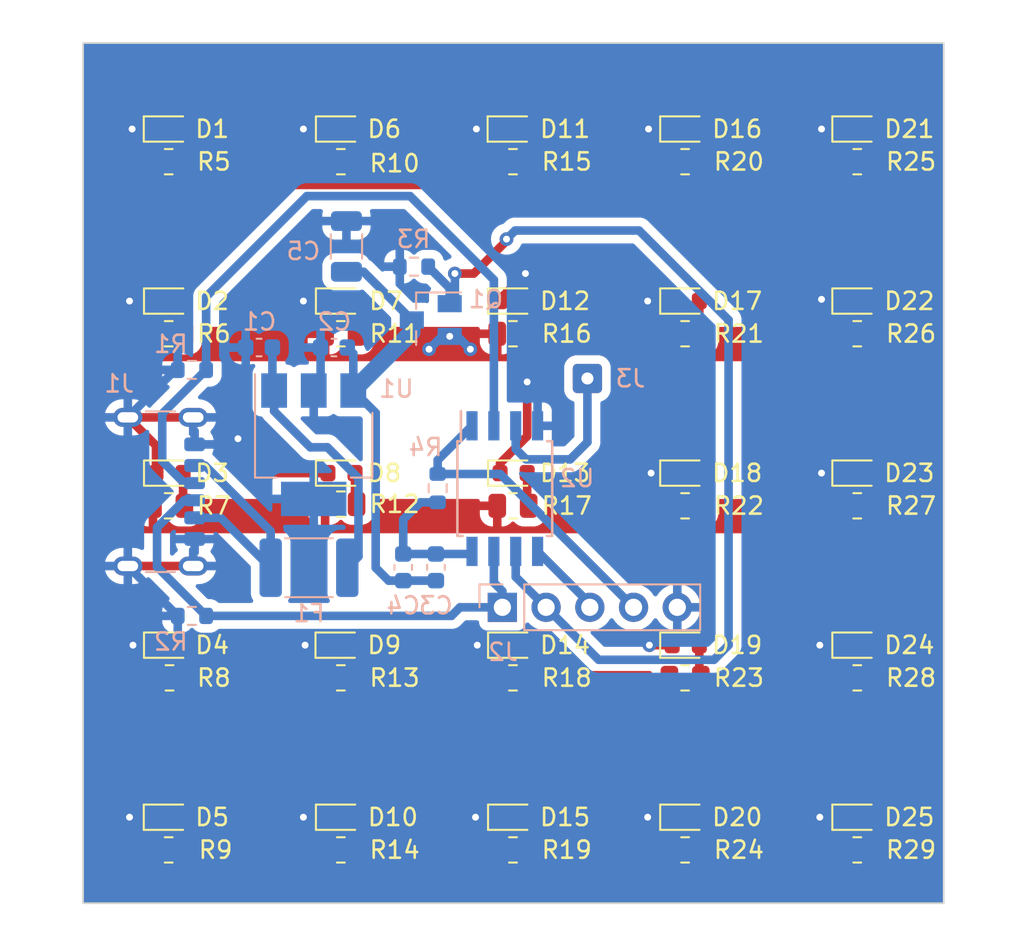
<source format=kicad_pcb>
(kicad_pcb (version 20221018) (generator pcbnew)
  (layers (0 "F.Cu" signal) (31 "B.Cu" signal) (34 "B.Paste" user) (35 "F.Paste" user) (36 "B.SilkS" user "B.Silkscreen") (37 "F.SilkS" user "F.Silkscreen") (38 "B.Mask" user) (39 "F.Mask" user) (44 "Edge.Cuts" user))
  (net 0 "")
  (net 1 "GND")
  (net 2 "Net-(D1-A)")
  (net 3 "Net-(D2-A)")
  (net 4 "Net-(D3-A)")
  (net 5 "Net-(D4-A)")
  (net 6 "Net-(D5-A)")
  (net 7 "Net-(D6-A)")
  (net 8 "Net-(D7-A)")
  (net 9 "Net-(D8-A)")
  (net 10 "Net-(D9-A)")
  (net 11 "Net-(D10-A)")
  (net 12 "Net-(D11-A)")
  (net 13 "Net-(D12-A)")
  (net 14 "Net-(D13-A)")
  (net 15 "Net-(D14-A)")
  (net 16 "Net-(D15-A)")
  (net 17 "Net-(D16-A)")
  (net 18 "Net-(D17-A)")
  (net 19 "Net-(D18-A)")
  (net 20 "Net-(D19-A)")
  (net 21 "Net-(D20-A)")
  (net 22 "Net-(D21-A)")
  (net 23 "Net-(D22-A)")
  (net 24 "Net-(D23-A)")
  (net 25 "Net-(D24-A)")
  (net 26 "Net-(D25-A)")
  (net 27 "SRC_CAP1")
  (net 28 "Net-(F1-Pad1)")
  (net 29 "SRC_CAP2")
  (net 30 "TOUCH_SENS_EXT")
  (net 31 "LED_CTRL")
  (net 32 "LED_PWR")
  (net 33 "USB_PWR")
  (net 34 "Net-(J2-Pin_4)")
  (net 35 "Net-(J2-Pin_3)")
  (net 36 "IC_PS")
  (net 37 "CIRC_PWR")
  (footprint "Diode_SMD:D_0603_1608Metric" (layer "F.Cu") (at 154.9875 75)
    (fp_text reference "D11" (at 3.0125 0) (layer "F.SilkS"))
    (fp_text value "WHITE")
    (pad "1" smd roundrect (at -0.7875 0) (size 0.875 0.95) (layers "F.Cu" "F.Paste" "F.Mask") (net 1 "GND"))
    (pad "2" smd roundrect (at 0.7875 0) (size 0.875 0.95) (layers "F.Cu" "F.Paste" "F.Mask") (net 12 "Net-(D11-A)"))
  )
  (footprint "Diode_SMD:D_0603_1608Metric" (layer "F.Cu") (at 155.0125 85)
    (fp_text reference "D12" (at 2.9875 0) (layer "F.SilkS"))
    (fp_text value "WHITE")
    (pad "1" smd roundrect (at -0.7875 0) (size 0.875 0.95) (layers "F.Cu" "F.Paste" "F.Mask") (net 1 "GND"))
    (pad "2" smd roundrect (at 0.7875 0) (size 0.875 0.95) (layers "F.Cu" "F.Paste" "F.Mask") (net 13 "Net-(D12-A)"))
  )
  (footprint "Diode_SMD:D_0603_1608Metric" (layer "F.Cu") (at 135.025 95)
    (fp_text reference "D3" (at 2.475 0) (layer "F.SilkS"))
    (fp_text value "WHITE")
    (pad "1" smd roundrect (at -0.7875 0) (size 0.875 0.95) (layers "F.Cu" "F.Paste" "F.Mask") (net 1 "GND"))
    (pad "2" smd roundrect (at 0.7875 0) (size 0.875 0.95) (layers "F.Cu" "F.Paste" "F.Mask") (net 4 "Net-(D3-A)"))
  )
  (footprint "Resistor_SMD:R_0805_2012Metric" (layer "F.Cu") (at 154.975 116.9)
    (fp_text reference "R19" (at 3.125 0) (layer "F.SilkS"))
    (fp_text value "500")
    (pad "1" smd roundrect (at -0.9125 0) (size 1.025 1.4) (layers "F.Cu" "F.Paste" "F.Mask") (roundrect_rratio 0.243902) (net 32 "LED_PWR"))
    (pad "2" smd roundrect (at 0.9125 0) (size 1.025 1.4) (layers "F.Cu" "F.Paste" "F.Mask") (roundrect_rratio 0.243902) (net 16 "Net-(D15-A)"))
  )
  (footprint "Resistor_SMD:R_0805_2012Metric" (layer "F.Cu") (at 164.975 116.9)
    (fp_text reference "R24" (at 3.125 0) (layer "F.SilkS"))
    (fp_text value "500")
    (pad "1" smd roundrect (at -0.9125 0) (size 1.025 1.4) (layers "F.Cu" "F.Paste" "F.Mask") (roundrect_rratio 0.243902) (net 32 "LED_PWR"))
    (pad "2" smd roundrect (at 0.9125 0) (size 1.025 1.4) (layers "F.Cu" "F.Paste" "F.Mask") (roundrect_rratio 0.243902) (net 21 "Net-(D20-A)"))
  )
  (footprint "Resistor_SMD:R_0805_2012Metric" (layer "F.Cu") (at 164.975 96.9)
    (fp_text reference "R22" (at 3.125 0) (layer "F.SilkS"))
    (fp_text value "500")
    (pad "1" smd roundrect (at -0.9125 0) (size 1.025 1.4) (layers "F.Cu" "F.Paste" "F.Mask") (roundrect_rratio 0.243902) (net 32 "LED_PWR"))
    (pad "2" smd roundrect (at 0.9125 0) (size 1.025 1.4) (layers "F.Cu" "F.Paste" "F.Mask") (roundrect_rratio 0.243902) (net 19 "Net-(D18-A)"))
  )
  (footprint "Resistor_SMD:R_0805_2012Metric" (layer "F.Cu") (at 144.975 96.8)
    (fp_text reference "R12" (at 3.125 0) (layer "F.SilkS"))
    (fp_text value "500")
    (pad "1" smd roundrect (at -0.9125 0) (size 1.025 1.4) (layers "F.Cu" "F.Paste" "F.Mask") (roundrect_rratio 0.243902) (net 32 "LED_PWR"))
    (pad "2" smd roundrect (at 0.9125 0) (size 1.025 1.4) (layers "F.Cu" "F.Paste" "F.Mask") (roundrect_rratio 0.243902) (net 9 "Net-(D8-A)"))
  )
  (footprint "Diode_SMD:D_0603_1608Metric" (layer "F.Cu") (at 165.0125 105)
    (fp_text reference "D19" (at 2.9875 0) (layer "F.SilkS"))
    (fp_text value "WHITE")
    (pad "1" smd roundrect (at -0.7875 0) (size 0.875 0.95) (layers "F.Cu" "F.Paste" "F.Mask") (net 1 "GND"))
    (pad "2" smd roundrect (at 0.7875 0) (size 0.875 0.95) (layers "F.Cu" "F.Paste" "F.Mask") (net 20 "Net-(D19-A)"))
  )
  (footprint "Diode_SMD:D_0603_1608Metric" (layer "F.Cu") (at 165.0125 115)
    (fp_text reference "D20" (at 2.9875 0) (layer "F.SilkS"))
    (fp_text value "WHITE")
    (pad "1" smd roundrect (at -0.7875 0) (size 0.875 0.95) (layers "F.Cu" "F.Paste" "F.Mask") (net 1 "GND"))
    (pad "2" smd roundrect (at 0.7875 0) (size 0.875 0.95) (layers "F.Cu" "F.Paste" "F.Mask") (net 21 "Net-(D20-A)"))
  )
  (footprint "Diode_SMD:D_0603_1608Metric" (layer "F.Cu") (at 145.0125 85)
    (fp_text reference "D7" (at 2.5875 0) (layer "F.SilkS"))
    (fp_text value "WHITE")
    (pad "1" smd roundrect (at -0.7875 0) (size 0.875 0.95) (layers "F.Cu" "F.Paste" "F.Mask") (net 1 "GND"))
    (pad "2" smd roundrect (at 0.7875 0) (size 0.875 0.95) (layers "F.Cu" "F.Paste" "F.Mask") (net 8 "Net-(D7-A)"))
  )
  (footprint "Diode_SMD:D_0603_1608Metric" (layer "F.Cu") (at 175.0125 85)
    (fp_text reference "D22" (at 2.9875 0) (layer "F.SilkS"))
    (fp_text value "WHITE")
    (pad "1" smd roundrect (at -0.7875 0) (size 0.875 0.95) (layers "F.Cu" "F.Paste" "F.Mask") (net 1 "GND"))
    (pad "2" smd roundrect (at 0.7875 0) (size 0.875 0.95) (layers "F.Cu" "F.Paste" "F.Mask") (net 23 "Net-(D22-A)"))
  )
  (footprint "Diode_SMD:D_0603_1608Metric" (layer "F.Cu") (at 144.9875 105)
    (fp_text reference "D9" (at 2.5125 0) (layer "F.SilkS"))
    (fp_text value "WHITE")
    (pad "1" smd roundrect (at -0.7875 0) (size 0.875 0.95) (layers "F.Cu" "F.Paste" "F.Mask") (net 1 "GND"))
    (pad "2" smd roundrect (at 0.7875 0) (size 0.875 0.95) (layers "F.Cu" "F.Paste" "F.Mask") (net 10 "Net-(D9-A)"))
  )
  (footprint "Resistor_SMD:R_0805_2012Metric" (layer "F.Cu") (at 134.975 86.9)
    (fp_text reference "R6" (at 2.625 0) (layer "F.SilkS"))
    (fp_text value "500")
    (pad "1" smd roundrect (at -0.9125 0) (size 1.025 1.4) (layers "F.Cu" "F.Paste" "F.Mask") (roundrect_rratio 0.243902) (net 32 "LED_PWR"))
    (pad "2" smd roundrect (at 0.9125 0) (size 1.025 1.4) (layers "F.Cu" "F.Paste" "F.Mask") (roundrect_rratio 0.243902) (net 3 "Net-(D2-A)"))
  )
  (footprint "Diode_SMD:D_0603_1608Metric" (layer "F.Cu") (at 165.0125 95)
    (fp_text reference "D18" (at 2.9875 0) (layer "F.SilkS"))
    (fp_text value "WHITE")
    (pad "1" smd roundrect (at -0.7875 0) (size 0.875 0.95) (layers "F.Cu" "F.Paste" "F.Mask") (net 1 "GND"))
    (pad "2" smd roundrect (at 0.7875 0) (size 0.875 0.95) (layers "F.Cu" "F.Paste" "F.Mask") (net 19 "Net-(D18-A)"))
  )
  (footprint "Resistor_SMD:R_0805_2012Metric" (layer "F.Cu") (at 174.975 96.9)
    (fp_text reference "R27" (at 3.125 0) (layer "F.SilkS"))
    (fp_text value "500")
    (pad "1" smd roundrect (at -0.9125 0) (size 1.025 1.4) (layers "F.Cu" "F.Paste" "F.Mask") (roundrect_rratio 0.243902) (net 32 "LED_PWR"))
    (pad "2" smd roundrect (at 0.9125 0) (size 1.025 1.4) (layers "F.Cu" "F.Paste" "F.Mask") (roundrect_rratio 0.243902) (net 24 "Net-(D23-A)"))
  )
  (footprint "Resistor_SMD:R_0805_2012Metric" (layer "F.Cu") (at 164.975 76.9)
    (fp_text reference "R20" (at 3.125 0) (layer "F.SilkS"))
    (fp_text value "500")
    (pad "1" smd roundrect (at -0.9125 0) (size 1.025 1.4) (layers "F.Cu" "F.Paste" "F.Mask") (roundrect_rratio 0.243902) (net 32 "LED_PWR"))
    (pad "2" smd roundrect (at 0.9125 0) (size 1.025 1.4) (layers "F.Cu" "F.Paste" "F.Mask") (roundrect_rratio 0.243902) (net 17 "Net-(D16-A)"))
  )
  (footprint "Resistor_SMD:R_0805_2012Metric" (layer "F.Cu") (at 154.975 106.9)
    (fp_text reference "R18" (at 3.125 0) (layer "F.SilkS"))
    (fp_text value "500")
    (pad "1" smd roundrect (at -0.9125 0) (size 1.025 1.4) (layers "F.Cu" "F.Paste" "F.Mask") (roundrect_rratio 0.243902) (net 32 "LED_PWR"))
    (pad "2" smd roundrect (at 0.9125 0) (size 1.025 1.4) (layers "F.Cu" "F.Paste" "F.Mask") (roundrect_rratio 0.243902) (net 15 "Net-(D14-A)"))
  )
  (footprint "Diode_SMD:D_0603_1608Metric" (layer "F.Cu") (at 175.0125 115)
    (fp_text reference "D25" (at 2.9875 0) (layer "F.SilkS"))
    (fp_text value "WHITE")
    (pad "1" smd roundrect (at -0.7875 0) (size 0.875 0.95) (layers "F.Cu" "F.Paste" "F.Mask") (net 1 "GND"))
    (pad "2" smd roundrect (at 0.7875 0) (size 0.875 0.95) (layers "F.Cu" "F.Paste" "F.Mask") (net 26 "Net-(D25-A)"))
  )
  (footprint "Resistor_SMD:R_0805_2012Metric" (layer "F.Cu") (at 144.975 86.9)
    (fp_text reference "R11" (at 3.125 0) (layer "F.SilkS"))
    (fp_text value "500")
    (pad "1" smd roundrect (at -0.9125 0) (size 1.025 1.4) (layers "F.Cu" "F.Paste" "F.Mask") (roundrect_rratio 0.243902) (net 32 "LED_PWR"))
    (pad "2" smd roundrect (at 0.9125 0) (size 1.025 1.4) (layers "F.Cu" "F.Paste" "F.Mask") (roundrect_rratio 0.243902) (net 8 "Net-(D7-A)"))
  )
  (footprint "Resistor_SMD:R_0805_2012Metric" (layer "F.Cu") (at 174.975 116.9)
    (fp_text reference "R29" (at 3.125 0) (layer "F.SilkS"))
    (fp_text value "500")
    (pad "1" smd roundrect (at -0.9125 0) (size 1.025 1.4) (layers "F.Cu" "F.Paste" "F.Mask") (roundrect_rratio 0.243902) (net 32 "LED_PWR"))
    (pad "2" smd roundrect (at 0.9125 0) (size 1.025 1.4) (layers "F.Cu" "F.Paste" "F.Mask") (roundrect_rratio 0.243902) (net 26 "Net-(D25-A)"))
  )
  (footprint "Resistor_SMD:R_0805_2012Metric" (layer "F.Cu") (at 144.975 76.9)
    (fp_text reference "R10" (at 3.125 0.1) (layer "F.SilkS"))
    (fp_text value "500")
    (pad "1" smd roundrect (at -0.9125 0) (size 1.025 1.4) (layers "F.Cu" "F.Paste" "F.Mask") (roundrect_rratio 0.243902) (net 32 "LED_PWR"))
    (pad "2" smd roundrect (at 0.9125 0) (size 1.025 1.4) (layers "F.Cu" "F.Paste" "F.Mask") (roundrect_rratio 0.243902) (net 7 "Net-(D6-A)"))
  )
  (footprint "Resistor_SMD:R_0805_2012Metric" (layer "F.Cu") (at 174.975 106.9)
    (fp_text reference "R28" (at 3.125 0) (layer "F.SilkS"))
    (fp_text value "500")
    (pad "1" smd roundrect (at -0.9125 0) (size 1.025 1.4) (layers "F.Cu" "F.Paste" "F.Mask") (roundrect_rratio 0.243902) (net 32 "LED_PWR"))
    (pad "2" smd roundrect (at 0.9125 0) (size 1.025 1.4) (layers "F.Cu" "F.Paste" "F.Mask") (roundrect_rratio 0.243902) (net 25 "Net-(D24-A)"))
  )
  (footprint "Resistor_SMD:R_0805_2012Metric" (layer "F.Cu") (at 174.975 76.9)
    (fp_text reference "R25" (at 3.125 0) (layer "F.SilkS"))
    (fp_text value "500")
    (pad "1" smd roundrect (at -0.9125 0) (size 1.025 1.4) (layers "F.Cu" "F.Paste" "F.Mask") (roundrect_rratio 0.243902) (net 32 "LED_PWR"))
    (pad "2" smd roundrect (at 0.9125 0) (size 1.025 1.4) (layers "F.Cu" "F.Paste" "F.Mask") (roundrect_rratio 0.243902) (net 22 "Net-(D21-A)"))
  )
  (footprint "Resistor_SMD:R_0805_2012Metric" (layer "F.Cu") (at 174.975 86.9)
    (fp_text reference "R26" (at 3.125 0) (layer "F.SilkS"))
    (fp_text value "500")
    (pad "1" smd roundrect (at -0.9125 0) (size 1.025 1.4) (layers "F.Cu" "F.Paste" "F.Mask") (roundrect_rratio 0.243902) (net 32 "LED_PWR"))
    (pad "2" smd roundrect (at 0.9125 0) (size 1.025 1.4) (layers "F.Cu" "F.Paste" "F.Mask") (roundrect_rratio 0.243902) (net 23 "Net-(D22-A)"))
  )
  (footprint "Diode_SMD:D_0603_1608Metric" (layer "F.Cu") (at 175.0125 95)
    (fp_text reference "D23" (at 2.9875 0) (layer "F.SilkS"))
    (fp_text value "WHITE")
    (pad "1" smd roundrect (at -0.7875 0) (size 0.875 0.95) (layers "F.Cu" "F.Paste" "F.Mask") (net 1 "GND"))
    (pad "2" smd roundrect (at 0.7875 0) (size 0.875 0.95) (layers "F.Cu" "F.Paste" "F.Mask") (net 24 "Net-(D23-A)"))
  )
  (footprint "Diode_SMD:D_0603_1608Metric" (layer "F.Cu") (at 145.0125 75)
    (fp_text reference "D6" (at 2.4875 0) (layer "F.SilkS"))
    (fp_text value "WHITE")
    (pad "1" smd roundrect (at -0.7875 0) (size 0.875 0.95) (layers "F.Cu" "F.Paste" "F.Mask") (net 1 "GND"))
    (pad "2" smd roundrect (at 0.7875 0) (size 0.875 0.95) (layers "F.Cu" "F.Paste" "F.Mask") (net 7 "Net-(D6-A)"))
  )
  (footprint "Resistor_SMD:R_0805_2012Metric" (layer "F.Cu") (at 154.975 86.9)
    (fp_text reference "R16" (at 3.125 0) (layer "F.SilkS"))
    (fp_text value "500")
    (pad "1" smd roundrect (at -0.9125 0) (size 1.025 1.4) (layers "F.Cu" "F.Paste" "F.Mask") (roundrect_rratio 0.243902) (net 32 "LED_PWR"))
    (pad "2" smd roundrect (at 0.9125 0) (size 1.025 1.4) (layers "F.Cu" "F.Paste" "F.Mask") (roundrect_rratio 0.243902) (net 13 "Net-(D12-A)"))
  )
  (footprint "Diode_SMD:D_0603_1608Metric" (layer "F.Cu") (at 135.0125 75)
    (fp_text reference "D1" (at 2.4875 0) (layer "F.SilkS"))
    (fp_text value "WHITE")
    (pad "1" smd roundrect (at -0.7875 0) (size 0.875 0.95) (layers "F.Cu" "F.Paste" "F.Mask") (net 1 "GND"))
    (pad "2" smd roundrect (at 0.7875 0) (size 0.875 0.95) (layers "F.Cu" "F.Paste" "F.Mask") (net 2 "Net-(D1-A)"))
  )
  (footprint "Diode_SMD:D_0603_1608Metric" (layer "F.Cu") (at 165.0125 85)
    (fp_text reference "D17" (at 2.9875 0) (layer "F.SilkS"))
    (fp_text value "WHITE")
    (pad "1" smd roundrect (at -0.7875 0) (size 0.875 0.95) (layers "F.Cu" "F.Paste" "F.Mask") (net 1 "GND"))
    (pad "2" smd roundrect (at 0.7875 0) (size 0.875 0.95) (layers "F.Cu" "F.Paste" "F.Mask") (net 18 "Net-(D17-A)"))
  )
  (footprint "Diode_SMD:D_0603_1608Metric" (layer "F.Cu") (at 135.0125 115)
    (fp_text reference "D5" (at 2.4875 0) (layer "F.SilkS"))
    (fp_text value "WHITE")
    (pad "1" smd roundrect (at -0.7875 0) (size 0.875 0.95) (layers "F.Cu" "F.Paste" "F.Mask") (net 1 "GND"))
    (pad "2" smd roundrect (at 0.7875 0) (size 0.875 0.95) (layers "F.Cu" "F.Paste" "F.Mask") (net 6 "Net-(D5-A)"))
  )
  (footprint "Resistor_SMD:R_0805_2012Metric" (layer "F.Cu") (at 164.975 86.9)
    (fp_text reference "R21" (at 3.125 0) (layer "F.SilkS"))
    (fp_text value "500")
    (pad "1" smd roundrect (at -0.9125 0) (size 1.025 1.4) (layers "F.Cu" "F.Paste" "F.Mask") (roundrect_rratio 0.243902) (net 32 "LED_PWR"))
    (pad "2" smd roundrect (at 0.9125 0) (size 1.025 1.4) (layers "F.Cu" "F.Paste" "F.Mask") (roundrect_rratio 0.243902) (net 18 "Net-(D17-A)"))
  )
  (footprint "Diode_SMD:D_0603_1608Metric" (layer "F.Cu") (at 155.0125 115)
    (fp_text reference "D15" (at 2.9875 0) (layer "F.SilkS"))
    (fp_text value "WHITE")
    (pad "1" smd roundrect (at -0.7875 0) (size 0.875 0.95) (layers "F.Cu" "F.Paste" "F.Mask") (net 1 "GND"))
    (pad "2" smd roundrect (at 0.7875 0) (size 0.875 0.95) (layers "F.Cu" "F.Paste" "F.Mask") (net 16 "Net-(D15-A)"))
  )
  (footprint "Resistor_SMD:R_0805_2012Metric" (layer "F.Cu") (at 134.975 96.9)
    (fp_text reference "R7" (at 2.625 0) (layer "F.SilkS"))
    (fp_text value "500")
    (pad "1" smd roundrect (at -0.9125 0) (size 1.025 1.4) (layers "F.Cu" "F.Paste" "F.Mask") (roundrect_rratio 0.243902) (net 32 "LED_PWR"))
    (pad "2" smd roundrect (at 0.9125 0) (size 1.025 1.4) (layers "F.Cu" "F.Paste" "F.Mask") (roundrect_rratio 0.243902) (net 4 "Net-(D3-A)"))
  )
  (footprint "Diode_SMD:D_0603_1608Metric" (layer "F.Cu") (at 175.0125 75)
    (fp_text reference "D21" (at 2.9875 0) (layer "F.SilkS"))
    (fp_text value "WHITE")
    (pad "1" smd roundrect (at -0.7875 0) (size 0.875 0.95) (layers "F.Cu" "F.Paste" "F.Mask") (net 1 "GND"))
    (pad "2" smd roundrect (at 0.7875 0) (size 0.875 0.95) (layers "F.Cu" "F.Paste" "F.Mask") (net 22 "Net-(D21-A)"))
  )
  (footprint "Diode_SMD:D_0603_1608Metric" (layer "F.Cu") (at 135.025 85)
    (fp_text reference "D2" (at 2.475 0) (layer "F.SilkS"))
    (fp_text value "WHITE")
    (pad "1" smd roundrect (at -0.7875 0) (size 0.875 0.95) (layers "F.Cu" "F.Paste" "F.Mask") (net 1 "GND"))
    (pad "2" smd roundrect (at 0.7875 0) (size 0.875 0.95) (layers "F.Cu" "F.Paste" "F.Mask") (net 3 "Net-(D2-A)"))
  )
  (footprint "Diode_SMD:D_0603_1608Metric" (layer "F.Cu") (at 165.0125 75)
    (fp_text reference "D16" (at 2.9875 0) (layer "F.SilkS"))
    (fp_text value "WHITE")
    (pad "1" smd roundrect (at -0.7875 0) (size 0.875 0.95) (layers "F.Cu" "F.Paste" "F.Mask") (net 1 "GND"))
    (pad "2" smd roundrect (at 0.7875 0) (size 0.875 0.95) (layers "F.Cu" "F.Paste" "F.Mask") (net 17 "Net-(D16-A)"))
  )
  (footprint "Diode_SMD:D_0603_1608Metric" (layer "F.Cu") (at 135.025 105)
    (fp_text reference "D4" (at 2.475 0) (layer "F.SilkS"))
    (fp_text value "WHITE")
    (pad "1" smd roundrect (at -0.7875 0) (size 0.875 0.95) (layers "F.Cu" "F.Paste" "F.Mask") (net 1 "GND"))
    (pad "2" smd roundrect (at 0.7875 0) (size 0.875 0.95) (layers "F.Cu" "F.Paste" "F.Mask") (net 5 "Net-(D4-A)"))
  )
  (footprint "Diode_SMD:D_0603_1608Metric" (layer "F.Cu") (at 145.0125 115)
    (fp_text reference "D10" (at 2.9875 0) (layer "F.SilkS"))
    (fp_text value "WHITE")
    (pad "1" smd roundrect (at -0.7875 0) (size 0.875 0.95) (layers "F.Cu" "F.Paste" "F.Mask") (net 1 "GND"))
    (pad "2" smd roundrect (at 0.7875 0) (size 0.875 0.95) (layers "F.Cu" "F.Paste" "F.Mask") (net 11 "Net-(D10-A)"))
  )
  (footprint "Resistor_SMD:R_0805_2012Metric" (layer "F.Cu") (at 154.975 96.9)
    (fp_text reference "R17" (at 3.125 0) (layer "F.SilkS"))
    (fp_text value "500")
    (pad "1" smd roundrect (at -0.9125 0) (size 1.025 1.4) (layers "F.Cu" "F.Paste" "F.Mask") (roundrect_rratio 0.243902) (net 32 "LED_PWR"))
    (pad "2" smd roundrect (at 0.9125 0) (size 1.025 1.4) (layers "F.Cu" "F.Paste" "F.Mask") (roundrect_rratio 0.243902) (net 14 "Net-(D13-A)"))
  )
  (footprint "Diode_SMD:D_0603_1608Metric" (layer "F.Cu") (at 155.0125 95)
    (fp_text reference "D13" (at 2.9875 0) (layer "F.SilkS"))
    (fp_text value "WHITE")
    (pad "1" smd roundrect (at -0.7875 0) (size 0.875 0.95) (layers "F.Cu" "F.Paste" "F.Mask") (net 1 "GND"))
    (pad "2" smd roundrect (at 0.7875 0) (size 0.875 0.95) (layers "F.Cu" "F.Paste" "F.Mask") (net 14 "Net-(D13-A)"))
  )
  (footprint "Diode_SMD:D_0603_1608Metric" (layer "F.Cu") (at 175.0125 105)
    (fp_text reference "D24" (at 2.9875 0) (layer "F.SilkS"))
    (fp_text value "WHITE")
    (pad "1" smd roundrect (at -0.7875 0) (size 0.875 0.95) (layers "F.Cu" "F.Paste" "F.Mask") (net 1 "GND"))
    (pad "2" smd roundrect (at 0.7875 0) (size 0.875 0.95) (layers "F.Cu" "F.Paste" "F.Mask") (net 25 "Net-(D24-A)"))
  )
  (footprint "Diode_SMD:D_0603_1608Metric" (layer "F.Cu") (at 145.0125 95)
    (fp_text reference "D8" (at 2.4875 0) (layer "F.SilkS"))
    (fp_text value "WHITE")
    (pad "1" smd roundrect (at -0.7875 0) (size 0.875 0.95) (layers "F.Cu" "F.Paste" "F.Mask") (net 1 "GND"))
    (pad "2" smd roundrect (at 0.7875 0) (size 0.875 0.95) (layers "F.Cu" "F.Paste" "F.Mask") (net 9 "Net-(D8-A)"))
  )
  (footprint "Resistor_SMD:R_0805_2012Metric" (layer "F.Cu") (at 144.975 116.9)
    (fp_text reference "R14" (at 3.125 0) (layer "F.SilkS"))
    (fp_text value "500")
    (pad "1" smd roundrect (at -0.9125 0) (size 1.025 1.4) (layers "F.Cu" "F.Paste" "F.Mask") (roundrect_rratio 0.243902) (net 32 "LED_PWR"))
    (pad "2" smd roundrect (at 0.9125 0) (size 1.025 1.4) (layers "F.Cu" "F.Paste" "F.Mask") (roundrect_rratio 0.243902) (net 11 "Net-(D10-A)"))
  )
  (footprint "Resistor_SMD:R_0805_2012Metric" (layer "F.Cu") (at 134.975 76.9)
    (fp_text reference "R5" (at 2.625 0) (layer "F.SilkS"))
    (fp_text value "500")
    (pad "1" smd roundrect (at -0.9125 0) (size 1.025 1.4) (layers "F.Cu" "F.Paste" "F.Mask") (roundrect_rratio 0.243902) (net 32 "LED_PWR"))
    (pad "2" smd roundrect (at 0.9125 0) (size 1.025 1.4) (layers "F.Cu" "F.Paste" "F.Mask") (roundrect_rratio 0.243902) (net 2 "Net-(D1-A)"))
  )
  (footprint "Resistor_SMD:R_0805_2012Metric" (layer "F.Cu") (at 164.975 106.9)
    (fp_text reference "R23" (at 3.125 0) (layer "F.SilkS"))
    (fp_text value "500")
    (pad "1" smd roundrect (at -0.9125 0) (size 1.025 1.4) (layers "F.Cu" "F.Paste" "F.Mask") (roundrect_rratio 0.243902) (net 32 "LED_PWR"))
    (pad "2" smd roundrect (at 0.9125 0) (size 1.025 1.4) (layers "F.Cu" "F.Paste" "F.Mask") (roundrect_rratio 0.243902) (net 20 "Net-(D19-A)"))
  )
  (footprint "Resistor_SMD:R_0805_2012Metric" (layer "F.Cu") (at 134.975 116.9)
    (fp_text reference "R9" (at 2.725 0) (layer "F.SilkS"))
    (fp_text value "500")
    (pad "1" smd roundrect (at -0.9125 0) (size 1.025 1.4) (layers "F.Cu" "F.Paste" "F.Mask") (roundrect_rratio 0.243902) (net 32 "LED_PWR"))
    (pad "2" smd roundrect (at 0.9125 0) (size 1.025 1.4) (layers "F.Cu" "F.Paste" "F.Mask") (roundrect_rratio 0.243902) (net 6 "Net-(D5-A)"))
  )
  (footprint "Resistor_SMD:R_0805_2012Metric" (layer "F.Cu") (at 154.975 76.9)
    (fp_text reference "R15" (at 3.125 0) (layer "F.SilkS"))
    (fp_text value "500")
    (pad "1" smd roundrect (at -0.9125 0) (size 1.025 1.4) (layers "F.Cu" "F.Paste" "F.Mask") (roundrect_rratio 0.243902) (net 32 "LED_PWR"))
    (pad "2" smd roundrect (at 0.9125 0) (size 1.025 1.4) (layers "F.Cu" "F.Paste" "F.Mask") (roundrect_rratio 0.243902) (net 12 "Net-(D11-A)"))
  )
  (footprint "Diode_SMD:D_0603_1608Metric" (layer "F.Cu") (at 155.0125 105)
    (fp_text reference "D14" (at 2.9875 0) (layer "F.SilkS"))
    (fp_text value "WHITE")
    (pad "1" smd roundrect (at -0.7875 0) (size 0.875 0.95) (layers "F.Cu" "F.Paste" "F.Mask") (net 1 "GND"))
    (pad "2" smd roundrect (at 0.7875 0) (size 0.875 0.95) (layers "F.Cu" "F.Paste" "F.Mask") (net 15 "Net-(D14-A)"))
  )
  (footprint "Resistor_SMD:R_0805_2012Metric" (layer "F.Cu") (at 144.975 106.9)
    (fp_text reference "R13" (at 3.125 0) (layer "F.SilkS"))
    (fp_text value "500")
    (pad "1" smd roundrect (at -0.9125 0) (size 1.025 1.4) (layers "F.Cu" "F.Paste" "F.Mask") (roundrect_rratio 0.243902) (net 32 "LED_PWR"))
    (pad "2" smd roundrect (at 0.9125 0) (size 1.025 1.4) (layers "F.Cu" "F.Paste" "F.Mask") (roundrect_rratio 0.243902) (net 10 "Net-(D9-A)"))
  )
  (footprint "Resistor_SMD:R_0805_2012Metric" (layer "F.Cu") (at 135.025 106.9)
    (fp_text reference "R8" (at 2.575 0) (layer "F.SilkS"))
    (fp_text value "500")
    (pad "1" smd roundrect (at -0.9125 0) (size 1.025 1.4) (layers "F.Cu" "F.Paste" "F.Mask") (roundrect_rratio 0.243902) (net 32 "LED_PWR"))
    (pad "2" smd roundrect (at 0.9125 0) (size 1.025 1.4) (layers "F.Cu" "F.Paste" "F.Mask") (roundrect_rratio 0.243902) (net 5 "Net-(D4-A)"))
  )
  (footprint "Package_SO:SOIC-8W_5.3x5.3mm_P1.27mm" (layer "B.Cu") (at 154.5 95.9 -90)
    (fp_text reference "U2" (at -0.6 -4.2 -180) (layer "B.SilkS") (effects (justify mirror)))
    (fp_text value "ATtiny85-20S")
    (pad "1" smd rect (at -3.65 1.905 270) (size 1.7 0.65) (layers "B.Cu" "B.Paste" "B.Mask") (net 34 "Net-(J2-Pin_4)"))
    (pad "2" smd rect (at -3.65 0.635 270) (size 1.7 0.65) (layers "B.Cu" "B.Paste" "B.Mask") (net 29 "SRC_CAP2"))
    (pad "3" smd rect (at -3.65 -0.635 270) (size 1.7 0.65) (layers "B.Cu" "B.Paste" "B.Mask") (net 30 "TOUCH_SENS_EXT"))
    (pad "4" smd rect (at -3.65 -1.905 270) (size 1.7 0.65) (layers "B.Cu" "B.Paste" "B.Mask") (net 1 "GND"))
    (pad "5" smd rect (at 3.65 -1.905 270) (size 1.7 0.65) (layers "B.Cu" "B.Paste" "B.Mask") (net 35 "Net-(J2-Pin_3)"))
    (pad "6" smd rect (at 3.65 -0.635 270) (size 1.7 0.65) (layers "B.Cu" "B.Paste" "B.Mask") (net 31 "LED_CTRL"))
    (pad "7" smd rect (at 3.65 0.635 270) (size 1.7 0.65) (layers "B.Cu" "B.Paste" "B.Mask") (net 27 "SRC_CAP1"))
    (pad "8" smd rect (at 3.65 1.905 270) (size 1.7 0.65) (layers "B.Cu" "B.Paste" "B.Mask") (net 36 "IC_PS"))
  )
  (footprint "Capacitor_SMD:C_0603_1608Metric" (layer "B.Cu") (at 140.225 87.7 180)
    (fp_text reference "C1" (at -0.025 1.5 180) (layer "B.SilkS") (effects (justify mirror)))
    (fp_text value "1uF")
    (pad "1" smd roundrect (at -0.775 0 180) (size 0.9 0.95) (layers "B.Cu" "B.Paste" "B.Mask") (net 33 "USB_PWR"))
    (pad "2" smd roundrect (at 0.775 0 180) (size 0.9 0.95) (layers "B.Cu" "B.Paste" "B.Mask") (net 1 "GND"))
  )
  (footprint "Capacitor_SMD:C_0603_1608Metric" (layer "B.Cu") (at 150.5 100.475 90)
    (fp_text reference "C3" (at -2.225 0) (layer "B.SilkS") (effects (justify mirror)))
    (fp_text value "0.1uF")
    (pad "1" smd roundrect (at -0.775 0 90) (size 0.9 0.95) (layers "B.Cu" "B.Paste" "B.Mask") (net 37 "CIRC_PWR"))
    (pad "2" smd roundrect (at 0.775 0 90) (size 0.9 0.95) (layers "B.Cu" "B.Paste" "B.Mask") (net 36 "IC_PS"))
  )
  (footprint "Resistor_SMD:R_0603_1608Metric" (layer "B.Cu") (at 150.6 95.875 -90)
    (fp_text reference "R4" (at -2.375 0.7 -180) (layer "B.SilkS") (effects (justify mirror)))
    (fp_text value "10k")
    (pad "1" smd roundrect (at -0.825 0 270) (size 0.8 0.95) (layers "B.Cu" "B.Paste" "B.Mask") (net 34 "Net-(J2-Pin_4)"))
    (pad "2" smd roundrect (at 0.825 0 270) (size 0.8 0.95) (layers "B.Cu" "B.Paste" "B.Mask") (net 36 "IC_PS"))
  )
  (footprint "Resistor_SMD:R_0603_1608Metric" (layer "B.Cu") (at 136.325 89 180)
    (fp_text reference "R1" (at 1.225 1.5) (layer "B.SilkS") (effects (justify mirror)))
    (fp_text value "5k1")
    (pad "1" smd roundrect (at -0.825 0 180) (size 0.8 0.95) (layers "B.Cu" "B.Paste" "B.Mask") (net 29 "SRC_CAP2"))
    (pad "2" smd roundrect (at 0.825 0 180) (size 0.8 0.95) (layers "B.Cu" "B.Paste" "B.Mask") (net 1 "GND"))
  )
  (footprint "Fuse:Fuse_1812_4532Metric_Pad1.30x3.40mm_HandSolder" (layer "B.Cu") (at 143.125 100.5)
    (fp_text reference "F1" (at 0 2.65) (layer "B.SilkS") (effects (justify mirror)))
    (fp_text value "Polyfuse")
    (pad "1" smd roundrect (at -2.225 0) (size 1.3 3.4) (layers "B.Cu" "B.Paste" "B.Mask") (roundrect_rratio 0.1923076923) (net 28 "Net-(F1-Pad1)"))
    (pad "2" smd roundrect (at 2.225 0) (size 1.3 3.4) (layers "B.Cu" "B.Paste" "B.Mask") (roundrect_rratio 0.1923076923) (net 33 "USB_PWR"))
  )
  (footprint "Resistor_SMD:R_0603_1608Metric" (layer "B.Cu") (at 136.325 103.3 180)
    (fp_text reference "R2" (at 1.225 -1.5) (layer "B.SilkS") (effects (justify mirror)))
    (fp_text value "5k1")
    (pad "1" smd roundrect (at -0.825 0 180) (size 0.8 0.95) (layers "B.Cu" "B.Paste" "B.Mask") (net 27 "SRC_CAP1"))
    (pad "2" smd roundrect (at 0.825 0 180) (size 0.8 0.95) (layers "B.Cu" "B.Paste" "B.Mask") (net 1 "GND"))
  )
  (footprint "Connector_Wire:SolderWire-0.15sqmm_1x01_D0.5mm_OD1.5mm" (layer "B.Cu") (at 159.3 89.5 180)
    (fp_text reference "J3" (at -2.5 0 180) (layer "B.SilkS") (effects (justify mirror)))
    (fp_text value "External Capacitance")
    (pad "1" thru_hole roundrect (at 0 0 180) (size 1.7 1.7) (drill 0.7) (layers "*.Cu" "*.Mask") (roundrect_rratio 0.1470588235) (net 30 "TOUCH_SENS_EXT"))
  )
  (footprint "Package_TO_SOT_SMD:SOT-223-3_TabPin2" (layer "B.Cu") (at 143.4 93.35 -90)
    (fp_text reference "U1" (at -3.25 -4.8 -180) (layer "B.SilkS") (effects (justify mirror)))
    (fp_text value "MCP1703Ax-500xxDB")
    (pad "1" smd rect (at -3.15 2.3 270) (size 2 1.5) (layers "B.Cu" "B.Paste" "B.Mask") (net 33 "USB_PWR"))
    (pad "2" smd rect (at -3.15 0 270) (size 2 1.5) (layers "B.Cu" "B.Paste" "B.Mask") (net 1 "GND"))
    (pad "2" smd rect (at 3.15 0 270) (size 2 3.8) (layers "B.Cu" "B.Paste" "B.Mask") (net 1 "GND"))
    (pad "3" smd rect (at -3.15 -2.3 270) (size 2 1.5) (layers "B.Cu" "B.Paste" "B.Mask") (net 37 "CIRC_PWR"))
  )
  (footprint "Capacitor_SMD:C_1206_3216Metric" (layer "B.Cu") (at 145.3 81.825 90)
    (fp_text reference "C5" (at -0.275 -2.5 180) (layer "B.SilkS") (effects (justify mirror)))
    (fp_text value "TBD")
    (pad "1" smd roundrect (at -1.475 0 90) (size 1.15 1.8) (layers "B.Cu" "B.Paste" "B.Mask") (roundrect_rratio 0.2173913043) (net 37 "CIRC_PWR"))
    (pad "2" smd roundrect (at 1.475 0 90) (size 1.15 1.8) (layers "B.Cu" "B.Paste" "B.Mask") (roundrect_rratio 0.2173913043) (net 1 "GND"))
  )
  (footprint "Connector_PinHeader_2.54mm:PinHeader_1x05_P2.54mm_Vertical" (layer "B.Cu") (at 154.36 102.8 -90)
    (fp_text reference "J2" (at 2.6 -0.04) (layer "B.SilkS") (effects (justify mirror)))
    (fp_text value "Conn_01x05_Socket")
    (pad "1" thru_hole rect (at 0 0 270) (size 1.7 1.7) (drill 1) (layers "*.Cu" "*.Mask") (net 27 "SRC_CAP1"))
    (pad "2" thru_hole oval (at 0 -2.54 270) (size 1.7 1.7) (drill 1) (layers "*.Cu" "*.Mask") (net 31 "LED_CTRL"))
    (pad "3" thru_hole oval (at 0 -5.08 270) (size 1.7 1.7) (drill 1) (layers "*.Cu" "*.Mask") (net 35 "Net-(J2-Pin_3)"))
    (pad "4" thru_hole oval (at 0 -7.62 270) (size 1.7 1.7) (drill 1) (layers "*.Cu" "*.Mask") (net 34 "Net-(J2-Pin_4)"))
    (pad "5" thru_hole oval (at 0 -10.16 270) (size 1.7 1.7) (drill 1) (layers "*.Cu" "*.Mask") (net 1 "GND"))
  )
  (footprint "Resistor_SMD:R_0603_1608Metric" (layer "B.Cu") (at 149.225 83 180)
    (fp_text reference "R3" (at 0.025 1.6) (layer "B.SilkS") (effects (justify mirror)))
    (fp_text value "10k")
    (pad "1" smd roundrect (at -0.825 0 180) (size 0.8 0.95) (layers "B.Cu" "B.Paste" "B.Mask") (net 31 "LED_CTRL"))
    (pad "2" smd roundrect (at 0.825 0 180) (size 0.8 0.95) (layers "B.Cu" "B.Paste" "B.Mask") (net 1 "GND"))
  )
  (footprint "Package_TO_SOT_SMD:SuperSOT-3" (layer "B.Cu") (at 150.2 86.1 180)
    (fp_text reference "Q1" (at -3.2 1.2) (layer "B.SilkS") (effects (justify mirror)))
    (fp_text value "NMOS")
    (pad "1" smd rect (at -1.1 0.95 180) (size 1.4 1) (layers "B.Cu" "B.Paste" "B.Mask") (net 31 "LED_CTRL"))
    (pad "2" smd rect (at -1.1 -0.95 180) (size 1.4 1) (layers "B.Cu" "B.Paste" "B.Mask") (net 32 "LED_PWR"))
    (pad "3" smd rect (at 1.1 0 180) (size 1.4 1) (layers "B.Cu" "B.Paste" "B.Mask") (net 37 "CIRC_PWR"))
  )
  (footprint "Connector_USB:USB_C_Receptacle_GCT_USB4125-xx-x-0190_6P_TopMnt_Horizontal" (layer "B.Cu") (at 133.4 96.08 90)
    (fp_text reference "J1" (at 6.28 -1.3 unlocked) (layer "B.SilkS") (effects (justify mirror)))
    (fp_text value "USB_C_Receptacle_PowerOnly_6P")
    (pad "A5" smd roundrect (at -0.5 3.08 90) (size 0.7 1.2) (layers "B.Cu" "B.Paste" "B.Mask") (net 27 "SRC_CAP1"))
    (pad "A9" smd roundrect (at 1.52 3.08 270) (size 0.76 1.2) (layers "B.Cu" "B.Paste" "B.Mask") (net 28 "Net-(F1-Pad1)"))
    (pad "A12" smd roundrect (at 2.75 3.08 270) (size 0.8 1.2) (layers "B.Cu" "B.Paste" "B.Mask") (net 1 "GND"))
    (pad "B5" smd roundrect (at 0.5 3.08 270) (size 0.7 1.2) (layers "B.Cu" "B.Paste" "B.Mask") (net 29 "SRC_CAP2"))
    (pad "B9" smd roundrect (at -1.52 3.08 90) (size 0.76 1.2) (layers "B.Cu" "B.Paste" "B.Mask") (net 28 "Net-(F1-Pad1)"))
    (pad "B12" smd roundrect (at -2.75 3.08 90) (size 0.8 1.2) (layers "B.Cu" "B.Paste" "B.Mask") (net 1 "GND"))
    (pad "S1" thru_hole oval (at -4.32 -0.8 90) (size 1.1 1.7) (drill oval 0.6 1.2) (layers "*.Cu" "*.Mask" "B.Paste") (net 1 "GND"))
    (pad "S1" thru_hole oval (at -4.32 3 90) (size 1.1 1.7) (drill oval 0.6 1.2) (layers "*.Cu" "*.Mask" "B.Paste") (net 1 "GND"))
    (pad "S1" thru_hole oval (at 4.32 -0.8 90) (size 1.1 1.7) (drill oval 0.6 1.2) (layers "*.Cu" "*.Mask" "B.Paste") (net 1 "GND"))
    (pad "S1" thru_hole oval (at 4.32 3 90) (size 1.1 1.7) (drill oval 0.6 1.2) (layers "*.Cu" "*.Mask" "B.Paste") (net 1 "GND"))
  )
  (footprint "Capacitor_SMD:C_0603_1608Metric" (layer "B.Cu") (at 148.6 100.475 90)
    (fp_text reference "C4" (at -2.225 0) (layer "B.SilkS") (effects (justify mirror)))
    (fp_text value "4.7uF")
    (pad "1" smd roundrect (at -0.775 0 90) (size 0.9 0.95) (layers "B.Cu" "B.Paste" "B.Mask") (net 37 "CIRC_PWR"))
    (pad "2" smd roundrect (at 0.775 0 90) (size 0.9 0.95) (layers "B.Cu" "B.Paste" "B.Mask") (net 36 "IC_PS"))
  )
  (footprint "Capacitor_SMD:C_0603_1608Metric" (layer "B.Cu") (at 144.575 87.7 180)
    (fp_text reference "C2" (at -0.025 1.5) (layer "B.SilkS") (effects (justify mirror)))
    (fp_text value "1uF")
    (pad "1" smd roundrect (at -0.775 0 180) (size 0.9 0.95) (layers "B.Cu" "B.Paste" "B.Mask") (net 37 "CIRC_PWR"))
    (pad "2" smd roundrect (at 0.775 0 180) (size 0.9 0.95) (layers "B.Cu" "B.Paste" "B.Mask") (net 1 "GND"))
  )
  (gr_rect (start 130 70) (end 180 120) (stroke (width 0.1)) (fill none) (layer "Edge.Cuts"))
  (segment (start 155.8 89.7) (end 155.8 92.855) (width 0.5) (layer "F.Cu") (net 1))
  (segment (start 164.225 105) (end 164.225 104.775) (width 0.5) (layer "F.Cu") (net 1))
  (segment (start 174.225 75) (end 172.9 75) (width 0.5) (layer "F.Cu") (net 1))
  (segment (start 174.225 105) (end 172.8 105) (width 0.5) (layer "F.Cu") (net 1))
  (segment (start 155.8 92.855) (end 154.225 94.43) (width 0.5) (layer "F.Cu") (net 1))
  (segment (start 154.225 84.875) (end 154.225 85) (width 0.5) (layer "F.Cu") (net 1))
  (segment (start 173 85) (end 172.9 84.9) (width 0.5) (layer "F.Cu") (net 1))
  (segment (start 174.225 115) (end 172.8 115) (width 0.5) (layer "F.Cu") (net 1))
  (segment (start 155.7 83.4) (end 154.225 84.875) (width 0.5) (layer "F.Cu") (net 1))
  (segment (start 142.85 85) (end 142.8 85) (width 0.5) (layer "F.Cu") (net 1))
  (segment (start 164.225 75) (end 162.85 75) (width 0.5) (layer "F.Cu") (net 1))
  (segment (start 132.75 115) (end 132.7 115) (width 0.5) (layer "F.Cu") (net 1))
  (segment (start 132.75 85) (end 132.7 85) (width 0.5) (layer "F.Cu") (net 1))
  (segment (start 174.225 95) (end 172.9 95) (width 0.5) (layer "F.Cu") (net 1))
  (segment (start 154.2 75) (end 152.85 75) (width 0.5) (layer "F.Cu") (net 1))
  (segment (start 142.85 115) (end 142.8 115) (width 0.5) (layer "F.Cu") (net 1))
  (segment (start 144.2 105) (end 142.9 105) (width 0.5) (layer "F.Cu") (net 1))
  (segment (start 144.225 85) (end 142.85 85) (width 0.5) (layer "F.Cu") (net 1))
  (segment (start 164.225 105) (end 163.2 105) (width 0.5) (layer "F.Cu") (net 1))
  (segment (start 144.225 115) (end 142.85 115) (width 0.5) (layer "F.Cu") (net 1))
  (segment (start 144.225 75) (end 142.8 75) (width 0.5) (layer "F.Cu") (net 1))
  (segment (start 164.225 95) (end 163 95) (width 0.5) (layer "F.Cu") (net 1))
  (segment (start 154.225 105) (end 152.9 105) (width 0.5) (layer "F.Cu") (net 1))
  (segment (start 162.8 85) (end 164.225 85) (width 0.5) (layer "F.Cu") (net 1))
  (segment (start 134.2375 105) (end 132.9 105) (width 0.5) (layer "F.Cu") (net 1))
  (segment (start 154.225 115) (end 152.8 115) (width 0.5) (layer "F.Cu") (net 1))
  (segment (start 174.225 85) (end 173 85) (width 0.5) (layer "F.Cu") (net 1))
  (segment (start 132.6 91.76) (end 136.4 91.76) (width 0.5) (layer "F.Cu") (net 1))
  (segment (start 134.2375 93.3975) (end 132.6 91.76) (width 0.5) (layer "F.Cu") (net 1))
  (segment (start 141 95) (end 144.225 95) (width 0.5) (layer "F.Cu") (net 1))
  (segment (start 139 93) (end 141 95) (width 0.5) (layer "F.Cu") (net 1))
  (segment (start 163.2 105) (end 162.9 105) (width 0.5) (layer "F.Cu") (net 1))
  (segment (start 134.225 115) (end 132.75 115) (width 0.5) (layer "F.Cu") (net 1))
  (segment (start 162.8 115) (end 164.225 115) (width 0.5) (layer "F.Cu") (net 1))
  (segment (start 134.2375 95) (end 134.2375 93.3975) (width 0.5) (layer "F.Cu") (net 1))
  (segment (start 134.225 75) (end 132.85 75) (width 0.5) (layer "F.Cu") (net 1))
  (segment (start 134.2375 85) (end 132.75 85) (width 0.5) (layer "F.Cu") (net 1))
  (segment (start 136.4 100.4) (end 132.6 100.4) (width 0.5) (layer "F.Cu") (net 1))
  (segment (start 154.225 94.43) (end 154.225 95) (width 0.5) (layer "F.Cu") (net 1))
  (via (at 132.85 75) (size 0.8) (drill 0.4) (layers "F.Cu" "B.Cu") (net 1))
  (via (at 142.8 115) (size 0.8) (drill 0.4) (layers "F.Cu" "B.Cu") (net 1))
  (via (at 142.8 85) (size 0.8) (drill 0.4) (layers "F.Cu" "B.Cu") (net 1))
  (via (at 172.8 105) (size 0.8) (drill 0.4) (layers "F.Cu" "B.Cu") (net 1))
  (via (at 172.9 95) (size 0.8) (drill 0.4) (layers "F.Cu" "B.Cu") (net 1))
  (via (at 152.85 75) (size 0.8) (drill 0.4) (layers "F.Cu" "B.Cu") (net 1))
  (via (at 172.9 75) (size 0.8) (drill 0.4) (layers "F.Cu" "B.Cu") (net 1))
  (via (at 163 95) (size 0.8) (drill 0.4) (layers "F.Cu" "B.Cu") (net 1))
  (via (at 142.9 105) (size 0.8) (drill 0.4) (layers "F.Cu" "B.Cu") (net 1))
  (via (at 139 93) (size 0.8) (drill 0.4) (layers "F.Cu" "B.Cu") (net 1))
  (via (at 132.7 115) (size 0.8) (drill 0.4) (layers "F.Cu" "B.Cu") (net 1))
  (via (at 132.9 105) (size 0.8) (drill 0.4) (layers "F.Cu" "B.Cu") (net 1))
  (via (at 155.7 83.4) (size 0.8) (drill 0.4) (layers "F.Cu" "B.Cu") (net 1))
  (via (at 162.9 105) (size 0.8) (drill 0.4) (layers "F.Cu" "B.Cu") (net 1))
  (via (at 142.8 75) (size 0.8) (drill 0.4) (layers "F.Cu" "B.Cu") (net 1))
  (via (at 132.7 85) (size 0.8) (drill 0.4) (layers "F.Cu" "B.Cu") (net 1))
  (via (at 172.8 115) (size 0.8) (drill 0.4) (layers "F.Cu" "B.Cu") (net 1))
  (via (at 152.8 115) (size 0.8) (drill 0.4) (layers "F.Cu" "B.Cu") (net 1))
  (via (at 162.8 85) (size 0.8) (drill 0.4) (layers "F.Cu" "B.Cu") (net 1))
  (via (at 152.9 105) (size 0.8) (drill 0.4) (layers "F.Cu" "B.Cu") (net 1))
  (via (at 162.85 75) (size 0.8) (drill 0.4) (layers "F.Cu" "B.Cu") (net 1))
  (via (at 155.8 89.7) (size 0.8) (drill 0.4) (layers "F.Cu" "B.Cu") (net 1))
  (via (at 162.8 115) (size 0.8) (drill 0.4) (layers "F.Cu" "B.Cu") (net 1))
  (via (at 172.9 84.9) (size 0.8) (drill 0.4) (layers "F.Cu" "B.Cu") (net 1))
  (segment (start 135.5 103.3) (end 132.6 100.4) (width 0.5) (layer "B.Cu") (net 1))
  (segment (start 143.8 87.7) (end 143.8 89.8) (width 0.5) (layer "B.Cu") (net 1))
  (segment (start 135.36 89) (end 132.6 91.76) (width 0.5) (layer "B.Cu") (net 1))
  (segment (start 135.5 89) (end 135.36 89) (width 0.5) (layer "B.Cu") (net 1))
  (segment (start 143.8 89.8) (end 143.4 90.2) (width 0.5) (layer "B.Cu") (net 1))
  (segment (start 135.8 76.9) (end 135.8 75) (width 0.5) (layer "F.Cu") (net 2))
  (segment (start 135.8 85.0125) (end 135.8125 85) (width 0.5) (layer "F.Cu") (net 3))
  (segment (start 135.8 86.9) (end 135.8 85.0125) (width 0.5) (layer "F.Cu") (net 3))
  (segment (start 135.8125 95) (end 135.8125 96.8875) (width 0.5) (layer "F.Cu") (net 4))
  (segment (start 135.8125 96.8875) (end 135.8 96.9) (width 0.5) (layer "F.Cu") (net 4))
  (segment (start 135.8125 106.8625) (end 135.85 106.9) (width 0.5) (layer "F.Cu") (net 5))
  (segment (start 135.8125 105) (end 135.8125 106.8625) (width 0.5) (layer "F.Cu") (net 5))
  (segment (start 135.8 115) (end 135.8 116.9) (width 0.5) (layer "F.Cu") (net 6))
  (segment (start 145.8 76.9) (end 145.8 75) (width 0.5) (layer "F.Cu") (net 7))
  (segment (start 145.8 85) (end 145.8 86.9) (width 0.5) (layer "F.Cu") (net 8))
  (segment (start 145.8 95) (end 145.8 96.8) (width 0.5) (layer "F.Cu") (net 9))
  (segment (start 145.775 106.875) (end 145.8 106.9) (width 0.5) (layer "F.Cu") (net 10))
  (segment (start 145.775 105) (end 145.775 106.875) (width 0.5) (layer "F.Cu") (net 10))
  (segment (start 145.8 115) (end 145.8 116.9) (width 0.5) (layer "F.Cu") (net 11))
  (segment (start 155.8 75.025) (end 155.775 75) (width 0.5) (layer "F.Cu") (net 12))
  (segment (start 155.8 76.9) (end 155.8 75.025) (width 0.5) (layer "F.Cu") (net 12))
  (segment (start 155.8 86.9) (end 155.8 85) (width 0.5) (layer "F.Cu") (net 13))
  (segment (start 155.8 95) (end 155.8 96.9) (width 0.5) (layer "F.Cu") (net 14))
  (segment (start 155.8 105) (end 155.8 106.9) (width 0.5) (layer "F.Cu") (net 15))
  (segment (start 155.8 115) (end 155.8 116.9) (width 0.5) (layer "F.Cu") (net 16))
  (segment (start 165.8 75) (end 165.8 76.9) (width 0.5) (layer "F.Cu") (net 17))
  (segment (start 165.8 86.9) (end 165.8 85) (width 0.5) (layer "F.Cu") (net 18))
  (segment (start 165.8 96.9) (end 165.8 95) (width 0.5) (layer "F.Cu") (net 19))
  (segment (start 165.8 105) (end 165.8 106.9) (width 0.5) (layer "F.Cu") (net 20))
  (segment (start 165.8 115) (end 165.8 116.9) (width 0.5) (layer "F.Cu") (net 21))
  (segment (start 175.8 76.9) (end 175.8 75) (width 0.5) (layer "F.Cu") (net 22))
  (segment (start 175.8 86.9) (end 175.8 85) (width 0.5) (layer "F.Cu") (net 23))
  (segment (start 175.8 96.9) (end 175.8 95) (width 0.5) (layer "F.Cu") (net 24))
  (segment (start 175.8 105) (end 175.8 106.9) (width 0.5) (layer "F.Cu") (net 25))
  (segment (start 175.8 115) (end 175.8 116.9) (width 0.5) (layer "F.Cu") (net 26))
  (segment (start 154.36 102.8) (end 151.9 102.8) (width 0.5) (layer "B.Cu") (net 27))
  (segment (start 151.4 103.3) (end 137.15 103.3) (width 0.5) (layer "B.Cu") (net 27))
  (segment (start 135.88 96.58) (end 134.3 98.16) (width 0.5) (layer "B.Cu") (net 27))
  (segment (start 154.36 102.8) (end 154.36 103) (width 0.5) (layer "B.Cu") (net 27))
  (segment (start 154.36 101.86) (end 153.865 101.365) (width 0.5) (layer "B.Cu") (net 27))
  (segment (start 134.3 100.45) (end 137.15 103.3) (width 0.5) (layer "B.Cu") (net 27))
  (segment (start 134.3 98.16) (end 134.3 100.45) (width 0.5) (layer "B.Cu") (net 27))
  (segment (start 154.36 102.8) (end 154.36 101.86) (width 0.5) (layer "B.Cu") (net 27))
  (segment (start 153.865 101.365) (end 153.865 99.55) (width 0.5) (layer "B.Cu") (net 27))
  (segment (start 151.9 102.8) (end 151.4 103.3) (width 0.5) (layer "B.Cu") (net 27))
  (segment (start 136.48 96.58) (end 135.88 96.58) (width 0.5) (layer "B.Cu") (net 27))
  (segment (start 154.36 103) (end 154.06 103.3) (width 0.5) (layer "B.Cu") (net 27))
  (segment (start 136.48 94.56) (end 137.08 94.56) (width 0.5) (layer "B.Cu") (net 28))
  (segment (start 136.48 97.6) (end 138 97.6) (width 0.5) (layer "B.Cu") (net 28))
  (segment (start 140.9 98.38) (end 140.9 100.5) (width 0.5) (layer "B.Cu") (net 28))
  (segment (start 137.08 94.56) (end 140.9 98.38) (width 0.5) (layer "B.Cu") (net 28))
  (segment (start 138 97.6) (end 140.9 100.5) (width 0.5) (layer "B.Cu") (net 28))
  (segment (start 134.6 91.55) (end 134.6 94.3) (width 0.5) (layer "B.Cu") (net 29))
  (segment (start 149 78.9) (end 153.865 83.765) (width 0.5) (layer "B.Cu") (net 29))
  (segment (start 143 78.9) (end 149 78.9) (width 0.5) (layer "B.Cu") (net 29))
  (segment (start 137.15 84.75) (end 143 78.9) (width 0.5) (layer "B.Cu") (net 29))
  (segment (start 137.15 89) (end 137.15 84.75) (width 0.5) (layer "B.Cu") (net 29))
  (segment (start 135.88 95.58) (end 136.48 95.58) (width 0.5) (layer "B.Cu") (net 29))
  (segment (start 134.6 94.3) (end 135.88 95.58) (width 0.5) (layer "B.Cu") (net 29))
  (segment (start 153.865 83.765) (end 153.865 92.25) (width 0.5) (layer "B.Cu") (net 29))
  (segment (start 137.15 89) (end 134.6 91.55) (width 0.5) (layer "B.Cu") (net 29))
  (segment (start 155.135 93.6) (end 155.135 92.25) (width 0.5) (layer "B.Cu") (net 30))
  (segment (start 155.165 92.22) (end 155.135 92.25) (width 0.5) (layer "B.Cu") (net 30))
  (segment (start 159.3 89.5) (end 159.3 93.2) (width 0.5) (layer "B.Cu") (net 30))
  (segment (start 155.735 94.2) (end 155.135 93.6) (width 0.5) (layer "B.Cu") (net 30))
  (segment (start 158.3 94.2) (end 155.735 94.2) (width 0.5) (layer "B.Cu") (net 30))
  (segment (start 159.3 93.2) (end 158.3 94.2) (width 0.5) (layer "B.Cu") (net 30))
  (segment (start 151.6 83.4) (end 152.7 83.4) (width 0.5) (layer "F.Cu") (net 31))
  (segment (start 152.7 83.4) (end 154.6 81.5) (width 0.5) (layer "F.Cu") (net 31))
  (segment (start 154.6 81.5) (end 154.6 81.4) (width 0.5) (layer "F.Cu") (net 31))
  (via (at 154.6 81.4) (size 0.8) (drill 0.4) (layers "F.Cu" "B.Cu") (net 31))
  (via (at 151.6 83.4) (size 0.8) (drill 0.4) (layers "F.Cu" "B.Cu") (net 31))
  (segment (start 162.3 80.9) (end 155.1 80.9) (width 0.5) (layer "B.Cu") (net 31))
  (segment (start 155.1 80.9) (end 154.6 81.4) (width 0.5) (layer "B.Cu") (net 31))
  (segment (start 156.9 102.8) (end 155.135 101.035) (width 0.5) (layer "B.Cu") (net 31))
  (segment (start 151.3 84.25) (end 150.05 83) (width 0.5) (layer "B.Cu") (net 31))
  (segment (start 151.6 84.85) (end 151.3 85.15) (width 0.5) (layer "B.Cu") (net 31))
  (segment (start 151.6 83.4) (end 151.6 84.85) (width 0.5) (layer "B.Cu") (net 31))
  (segment (start 166.65 105.85) (end 159.95 105.85) (width 0.5) (layer "B.Cu") (net 31))
  (segment (start 167.5 86.1) (end 162.3 80.9) (width 0.5) (layer "B.Cu") (net 31))
  (segment (start 151.3 85.15) (end 151.3 84.25) (width 0.5) (layer "B.Cu") (net 31))
  (segment (start 167.5 105) (end 167.5 86.1) (width 0.5) (layer "B.Cu") (net 31))
  (segment (start 155.135 101.035) (end 155.135 99.55) (width 0.5) (layer "B.Cu") (net 31))
  (segment (start 159.95 105.85) (end 156.9 102.8) (width 0.5) (layer "B.Cu") (net 31))
  (segment (start 166.65 105.85) (end 167.5 105) (width 0.5) (layer "B.Cu") (net 31))
  (via (at 150.1 87.8) (size 0.8) (drill 0.4) (layers "F.Cu" "B.Cu") (net 32))
  (via (at 152.5 87.8) (size 0.8) (drill 0.4) (layers "F.Cu" "B.Cu") (net 32))
  (via (at 151.3 87.05) (size 0.8) (drill 0.4) (layers "F.Cu" "B.Cu") (net 32))
  (segment (start 151.3 87.05) (end 150.85 87.05) (width 0.5) (layer "B.Cu") (net 32))
  (segment (start 150.85 87.05) (end 150.1 87.8) (width 0.5) (layer "B.Cu") (net 32))
  (segment (start 152.5 87.8) (end 151.75 87.05) (width 0.5) (layer "B.Cu") (net 32))
  (segment (start 151.75 87.05) (end 151.3 87.05) (width 0.5) (layer "B.Cu") (net 32))
  (segment (start 143.2 93.5) (end 141.1 91.4) (width 0.5) (layer "B.Cu") (net 33))
  (segment (start 141 90.1) (end 141.1 90.2) (width 0.5) (layer "B.Cu") (net 33))
  (segment (start 145.35 100.5) (end 146 99.85) (width 0.5) (layer "B.Cu") (net 33))
  (segment (start 141.1 91.4) (end 141.1 90.2) (width 0.5) (layer "B.Cu") (net 33))
  (segment (start 144.2 93.5) (end 143.2 93.5) (width 0.5) (layer "B.Cu") (net 33))
  (segment (start 141 87.7) (end 141 90.1) (width 0.5) (layer "B.Cu") (net 33))
  (segment (start 146 99.85) (end 146 95.3) (width 0.5) (layer "B.Cu") (net 33))
  (segment (start 146 95.3) (end 144.2 93.5) (width 0.5) (layer "B.Cu") (net 33))
  (segment (start 150.6 94.245) (end 152.595 92.25) (width 0.5) (layer "B.Cu") (net 34))
  (segment (start 161.98 102.8) (end 154.23 95.05) (width 0.5) (layer "B.Cu") (net 34))
  (segment (start 154.23 95.05) (end 150.6 95.05) (width 0.5) (layer "B.Cu") (net 34))
  (segment (start 150.6 95.05) (end 150.6 94.245) (width 0.5) (layer "B.Cu") (net 34))
  (segment (start 156.405 99.55) (end 156.405 99.965) (width 0.5) (layer "B.Cu") (net 35))
  (segment (start 159.44 102.585) (end 156.405 99.55) (width 0.5) (layer "B.Cu") (net 35))
  (segment (start 159.44 102.8) (end 159.44 102.585) (width 0.5) (layer "B.Cu") (net 35))
  (segment (start 150.6 96.7) (end 149.6 96.7) (width 0.5) (layer "B.Cu") (net 36))
  (segment (start 148.6 97.7) (end 148.6 99.7) (width 0.5) (layer "B.Cu") (net 36))
  (segment (start 148.6 99.7) (end 150.5 99.7) (width 0.5) (layer "B.Cu") (net 36))
  (segment (start 150.5 99.7) (end 152.445 99.7) (width 0.5) (layer "B.Cu") (net 36))
  (segment (start 149.6 96.7) (end 148.6 97.7) (width 0.5) (layer "B.Cu") (net 36))
  (segment (start 152.445 99.7) (end 152.595 99.55) (width 0.5) (layer "B.Cu") (net 36))
  (segment (start 147.75 101.25) (end 148.6 101.25) (width 0.5) (layer "B.Cu") (net 37))
  (segment (start 145.7 90.2) (end 145.7 88.05) (width 0.5) (layer "B.Cu") (net 37))
  (segment (start 147 100.5) (end 147.75 101.25) (width 0.5) (layer "B.Cu") (net 37))
  (segment (start 145.3 83.3) (end 146.3 83.3) (width 0.5) (layer "B.Cu") (net 37))
  (segment (start 150.5 101.25) (end 148.6 101.25) (width 0.5) (layer "B.Cu") (net 37))
  (segment (start 145.7 88.05) (end 145.35 87.7) (width 0.5) (layer "B.Cu") (net 37))
  (segment (start 146.3 83.3) (end 149.1 86.1) (width 0.5) (layer "B.Cu") (net 37))
  (segment (start 147 91.5) (end 147 100.5) (width 0.5) (layer "B.Cu") (net 37))
  (segment (start 149.1 86.8) (end 149.1 86.1) (width 1) (layer "B.Cu") (net 37))
  (segment (start 145.7 90.2) (end 149.1 86.8) (width 1) (layer "B.Cu") (net 37))
  (segment (start 145.7 90.2) (end 147 91.5) (width 0.5) (layer "B.Cu") (net 37))
  (zone (net 32) (net_name "LED_PWR") (layer "F.Cu") (priority 1) (connect_pads (clearance 0.5)) (min_thickness 0.25) (fill yes (thermal_gap 0.5) (thermal_bridge_width 0.5))
    (polygon (pts (xy 132 86.5) (xy 178 86.5) (xy 178 88.5) (xy 132 88.5)))
  )
  (zone (net 32) (net_name "LED_PWR") (layer "F.Cu") (priority 1) (connect_pads (clearance 0.5)) (min_thickness 0.25) (fill yes (thermal_gap 0.5) (thermal_bridge_width 0.5))
    (polygon (pts (xy 132 106.5) (xy 178 106.5) (xy 178 108.5) (xy 132 108.5)))
  )
  (zone (net 32) (net_name "LED_PWR") (layer "F.Cu") (priority 2) (connect_pads (clearance 0.5)) (min_thickness 0.25) (fill yes (thermal_gap 0.5) (thermal_bridge_width 0.5))
    (polygon (pts (xy 177 76.5) (xy 179 76.5) (xy 179 118.5) (xy 177 118.5)))
  )
  (zone (net 32) (net_name "LED_PWR") (layer "F.Cu") (priority 1) (connect_pads (clearance 0.5)) (min_thickness 0.25) (fill yes (thermal_gap 0.5) (thermal_bridge_width 0.5))
    (polygon (pts (xy 132 76.5) (xy 178 76.5) (xy 178 78.5) (xy 132 78.5)))
  )
  (zone (net 32) (net_name "LED_PWR") (layer "F.Cu") (priority 1) (connect_pads (clearance 0.5)) (min_thickness 0.25) (fill yes (thermal_gap 0.5) (thermal_bridge_width 0.5))
    (polygon (pts (xy 132 116.5) (xy 178 116.5) (xy 178 118.5) (xy 132 118.5)))
  )
  (zone (net 32) (net_name "LED_PWR") (layer "F.Cu") (priority 1) (connect_pads (clearance 0.5)) (min_thickness 0.25) (fill yes (thermal_gap 0.5) (thermal_bridge_width 0.5))
    (polygon (pts (xy 132 96.5) (xy 178 96.5) (xy 178 98.5) (xy 132 98.5)))
  )
  (zone (net 1) (net_name "GND") (layer "B.Cu") (connect_pads (clearance 0.5)) (min_thickness 0.25) (fill yes (thermal_gap 0.5) (thermal_bridge_width 0.5))
    (polygon (pts (xy 180.175374 67.851147) (xy 125.175374 67.501147) (xy 125.475374 121.901147) (xy 184.675374 122.501147) (xy 184.275374 67.701147)))
  )
)
</source>
